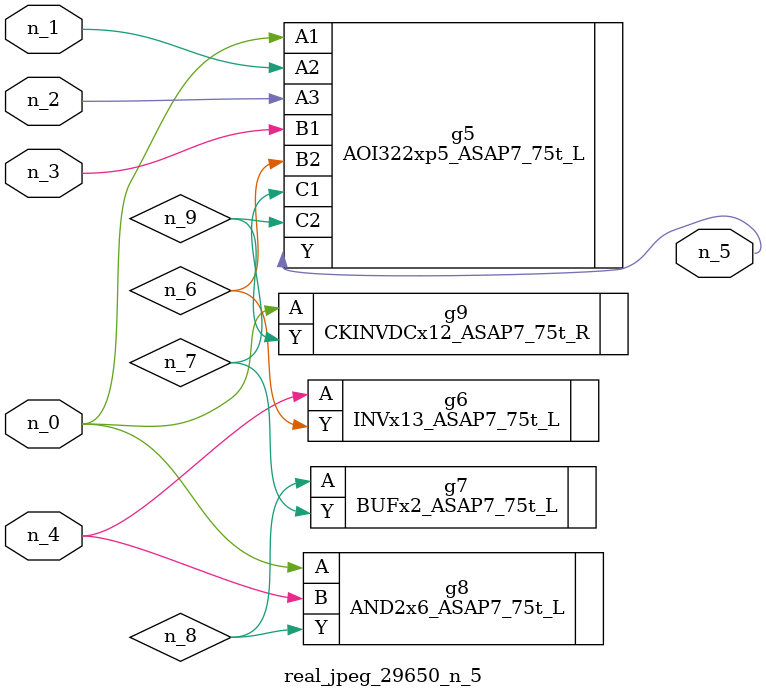
<source format=v>
module real_jpeg_29650_n_5 (n_4, n_0, n_1, n_2, n_3, n_5);

input n_4;
input n_0;
input n_1;
input n_2;
input n_3;

output n_5;

wire n_8;
wire n_6;
wire n_7;
wire n_9;

AOI322xp5_ASAP7_75t_L g5 ( 
.A1(n_0),
.A2(n_1),
.A3(n_2),
.B1(n_3),
.B2(n_6),
.C1(n_7),
.C2(n_9),
.Y(n_5)
);

AND2x6_ASAP7_75t_L g8 ( 
.A(n_0),
.B(n_4),
.Y(n_8)
);

CKINVDCx12_ASAP7_75t_R g9 ( 
.A(n_0),
.Y(n_9)
);

INVx13_ASAP7_75t_L g6 ( 
.A(n_4),
.Y(n_6)
);

BUFx2_ASAP7_75t_L g7 ( 
.A(n_8),
.Y(n_7)
);


endmodule
</source>
